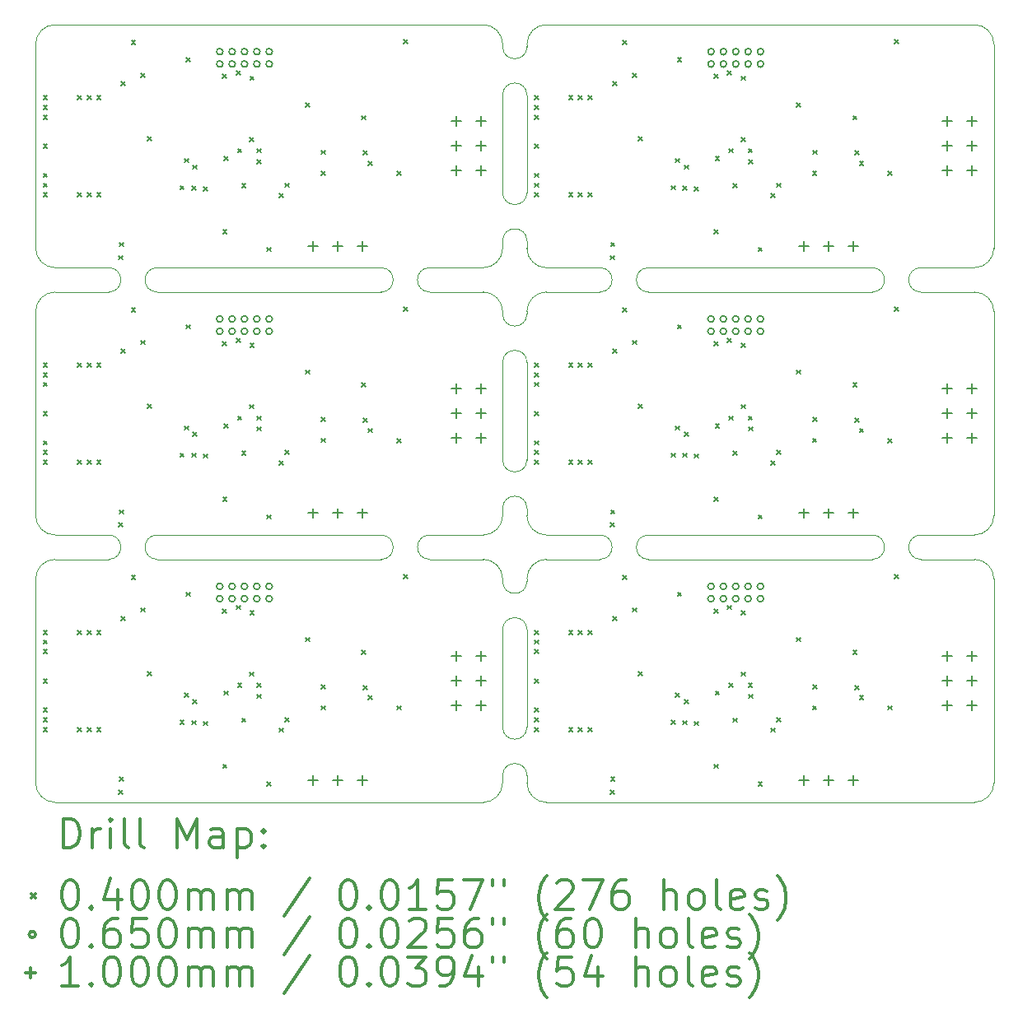
<source format=gbr>
%FSLAX45Y45*%
G04 Gerber Fmt 4.5, Leading zero omitted, Abs format (unit mm)*
G04 Created by KiCad (PCBNEW (5.1.10-1-10_14)) date 2021-09-22 14:49:43*
%MOMM*%
%LPD*%
G01*
G04 APERTURE LIST*
%TA.AperFunction,Profile*%
%ADD10C,0.050000*%
%TD*%
%ADD11C,0.200000*%
%ADD12C,0.300000*%
G04 APERTURE END LIST*
D10*
X0Y7800000D02*
X0Y5700000D01*
X4800000Y5700000D02*
G75*
G02*
X4600000Y5500000I-200000J0D01*
G01*
X4600000Y8000000D02*
G75*
G02*
X4800000Y7800000I0J-200000D01*
G01*
X0Y7800000D02*
G75*
G02*
X200000Y8000000I200000J0D01*
G01*
X200000Y5500000D02*
G75*
G02*
X0Y5700000I0J200000D01*
G01*
X5250000Y5500000D02*
G75*
G02*
X5050000Y5700000I0J200000D01*
G01*
X9850000Y5700000D02*
X9850000Y7800000D01*
X4800000Y5750000D02*
X4800000Y5775000D01*
X3550000Y5500000D02*
X1250000Y5500000D01*
X5800000Y8000000D02*
X5250000Y8000000D01*
X750000Y5500000D02*
X200000Y5500000D01*
X4225000Y8000000D02*
X4600000Y8000000D01*
X200000Y8000000D02*
X750000Y8000000D01*
X1250000Y8000000D02*
X3725000Y8000000D01*
X4800000Y5750000D02*
X4800000Y5700000D01*
X5050000Y5700000D02*
X5050000Y5775000D01*
X5050000Y6275000D02*
X5050000Y7275000D01*
X9850000Y5700000D02*
G75*
G02*
X9650000Y5500000I-200000J0D01*
G01*
X9650000Y8000000D02*
G75*
G02*
X9850000Y7800000I0J-200000D01*
G01*
X5050000Y7800000D02*
G75*
G02*
X5250000Y8000000I200000J0D01*
G01*
X5800000Y5500000D02*
X5250000Y5500000D01*
X9100000Y5500000D02*
X9650000Y5500000D01*
X4800000Y7250000D02*
X4800000Y6275000D01*
X9100000Y5250000D02*
G75*
G02*
X9100000Y5500000I0J125000D01*
G01*
X5800000Y5500000D02*
G75*
G02*
X5800000Y5250000I0J-125000D01*
G01*
X6300000Y5250000D02*
G75*
G02*
X6300000Y5500000I0J125000D01*
G01*
X4800000Y7275000D02*
G75*
G02*
X5050000Y7275000I125000J0D01*
G01*
X5050000Y7775000D02*
G75*
G02*
X4800000Y7775000I-125000J0D01*
G01*
X5050000Y6275000D02*
G75*
G02*
X4800000Y6275000I-125000J0D01*
G01*
X4800000Y5775000D02*
G75*
G02*
X5050000Y5775000I125000J0D01*
G01*
X5050000Y5025000D02*
G75*
G02*
X4800000Y5025000I-125000J0D01*
G01*
X4800000Y4525000D02*
G75*
G02*
X5050000Y4525000I125000J0D01*
G01*
X4800000Y3025000D02*
G75*
G02*
X5050000Y3025000I125000J0D01*
G01*
X5050000Y3525000D02*
G75*
G02*
X4800000Y3525000I-125000J0D01*
G01*
X5050000Y775000D02*
G75*
G02*
X4800000Y775000I-125000J0D01*
G01*
X4800000Y275000D02*
G75*
G02*
X5050000Y275000I125000J0D01*
G01*
X4800000Y1775000D02*
G75*
G02*
X5050000Y1775000I125000J0D01*
G01*
X5050000Y2275000D02*
G75*
G02*
X4800000Y2275000I-125000J0D01*
G01*
X1250000Y8000000D02*
X750000Y8000000D01*
X4225000Y8000000D02*
X3725000Y8000000D01*
X6300000Y8000000D02*
X5800000Y8000000D01*
X8775000Y0D02*
X9275000Y0D01*
X5800000Y0D02*
X6300000Y0D01*
X3725000Y0D02*
X4225000Y0D01*
X1250000Y0D02*
X750000Y0D01*
X4050000Y5500000D02*
X4600000Y5500000D01*
X5050000Y7775000D02*
X5050000Y7800000D01*
X4800000Y7250000D02*
X4800000Y7275000D01*
X4800000Y7775000D02*
X4800000Y7800000D01*
X9275000Y8000000D02*
X9650000Y8000000D01*
X8600000Y5500000D02*
X6300000Y5500000D01*
X5800000Y0D02*
X5250000Y0D01*
X750000Y0D02*
X200000Y0D01*
X3725000Y0D02*
X1250000Y0D01*
X4225000Y0D02*
X4600000Y0D01*
X4800000Y250000D02*
X4800000Y275000D01*
X4800000Y1750000D02*
X4800000Y1775000D01*
X5050000Y775000D02*
X5050000Y1775000D01*
X5050000Y200000D02*
X5050000Y275000D01*
X4800000Y250000D02*
X4800000Y200000D01*
X4800000Y1750000D02*
X4800000Y775000D01*
X9850000Y200000D02*
G75*
G02*
X9650000Y0I-200000J0D01*
G01*
X5250000Y0D02*
G75*
G02*
X5050000Y200000I0J200000D01*
G01*
X9850000Y200000D02*
X9850000Y2300000D01*
X0Y2300000D02*
X0Y200000D01*
X4800000Y200000D02*
G75*
G02*
X4600000Y0I-200000J0D01*
G01*
X200000Y0D02*
G75*
G02*
X0Y200000I0J200000D01*
G01*
X9275000Y8000000D02*
X6300000Y8000000D01*
X8600000Y5500000D02*
G75*
G02*
X8600000Y5250000I0J-125000D01*
G01*
X4800000Y5025000D02*
X4800000Y5050000D01*
X9100000Y5250000D02*
X9650000Y5250000D01*
X4800000Y4500000D02*
X4800000Y3525000D01*
X5050000Y3525000D02*
X5050000Y4525000D01*
X9650000Y5250000D02*
G75*
G02*
X9850000Y5050000I0J-200000D01*
G01*
X5050000Y5050000D02*
G75*
G02*
X5250000Y5250000I200000J0D01*
G01*
X9850000Y2950000D02*
X9850000Y5050000D01*
X5800000Y5250000D02*
X5250000Y5250000D01*
X4050000Y5250000D02*
X4600000Y5250000D01*
X1250000Y5250000D02*
G75*
G02*
X1250000Y5500000I0J125000D01*
G01*
X200000Y5250000D02*
X750000Y5250000D01*
X3550000Y5500000D02*
G75*
G02*
X3550000Y5250000I0J-125000D01*
G01*
X750000Y5500000D02*
G75*
G02*
X750000Y5250000I0J-125000D01*
G01*
X4050000Y5250000D02*
G75*
G02*
X4050000Y5500000I0J125000D01*
G01*
X1250000Y5250000D02*
X3550000Y5250000D01*
X6300000Y5250000D02*
X8600000Y5250000D01*
X0Y5050000D02*
X0Y2950000D01*
X4600000Y5250000D02*
G75*
G02*
X4800000Y5050000I0J-200000D01*
G01*
X0Y5050000D02*
G75*
G02*
X200000Y5250000I200000J0D01*
G01*
X9275000Y0D02*
X9650000Y0D01*
X8775000Y0D02*
X6300000Y0D01*
X5050000Y5025000D02*
X5050000Y5050000D01*
X4800000Y4500000D02*
X4800000Y4525000D01*
X4050000Y2500000D02*
X4600000Y2500000D01*
X5800000Y2500000D02*
X5250000Y2500000D01*
X5050000Y2300000D02*
G75*
G02*
X5250000Y2500000I200000J0D01*
G01*
X9650000Y2500000D02*
G75*
G02*
X9850000Y2300000I0J-200000D01*
G01*
X9100000Y2500000D02*
X9650000Y2500000D01*
X3550000Y2750000D02*
G75*
G02*
X3550000Y2500000I0J-125000D01*
G01*
X200000Y2500000D02*
X750000Y2500000D01*
X1250000Y2500000D02*
G75*
G02*
X1250000Y2750000I0J125000D01*
G01*
X8600000Y2750000D02*
X6300000Y2750000D01*
X4050000Y2750000D02*
X4600000Y2750000D01*
X6300000Y2500000D02*
G75*
G02*
X6300000Y2750000I0J125000D01*
G01*
X5800000Y2750000D02*
G75*
G02*
X5800000Y2500000I0J-125000D01*
G01*
X9100000Y2500000D02*
G75*
G02*
X9100000Y2750000I0J125000D01*
G01*
X8600000Y2750000D02*
G75*
G02*
X8600000Y2500000I0J-125000D01*
G01*
X0Y2300000D02*
G75*
G02*
X200000Y2500000I200000J0D01*
G01*
X4600000Y2500000D02*
G75*
G02*
X4800000Y2300000I0J-200000D01*
G01*
X6300000Y2500000D02*
X8600000Y2500000D01*
X1250000Y2500000D02*
X3550000Y2500000D01*
X4050000Y2500000D02*
G75*
G02*
X4050000Y2750000I0J125000D01*
G01*
X750000Y2750000D02*
G75*
G02*
X750000Y2500000I0J-125000D01*
G01*
X4800000Y3000000D02*
X4800000Y3025000D01*
X5050000Y2950000D02*
X5050000Y3025000D01*
X5050000Y2275000D02*
X5050000Y2300000D01*
X4800000Y2300000D02*
X4800000Y2275000D01*
X200000Y2750000D02*
G75*
G02*
X0Y2950000I0J200000D01*
G01*
X4800000Y2950000D02*
G75*
G02*
X4600000Y2750000I-200000J0D01*
G01*
X4800000Y3000000D02*
X4800000Y2950000D01*
X750000Y2750000D02*
X200000Y2750000D01*
X3550000Y2750000D02*
X1250000Y2750000D01*
X5250000Y2750000D02*
G75*
G02*
X5050000Y2950000I0J200000D01*
G01*
X9850000Y2950000D02*
G75*
G02*
X9650000Y2750000I-200000J0D01*
G01*
X9100000Y2750000D02*
X9650000Y2750000D01*
X5800000Y2750000D02*
X5250000Y2750000D01*
D11*
X80000Y7270000D02*
X120000Y7230000D01*
X120000Y7270000D02*
X80000Y7230000D01*
X80000Y7170000D02*
X120000Y7130000D01*
X120000Y7170000D02*
X80000Y7130000D01*
X80000Y7070000D02*
X120000Y7030000D01*
X120000Y7070000D02*
X80000Y7030000D01*
X80000Y6770000D02*
X120000Y6730000D01*
X120000Y6770000D02*
X80000Y6730000D01*
X80000Y6470000D02*
X120000Y6430000D01*
X120000Y6470000D02*
X80000Y6430000D01*
X80000Y6370000D02*
X120000Y6330000D01*
X120000Y6370000D02*
X80000Y6330000D01*
X80000Y6270000D02*
X120000Y6230000D01*
X120000Y6270000D02*
X80000Y6230000D01*
X80000Y4520000D02*
X120000Y4480000D01*
X120000Y4520000D02*
X80000Y4480000D01*
X80000Y4420000D02*
X120000Y4380000D01*
X120000Y4420000D02*
X80000Y4380000D01*
X80000Y4320000D02*
X120000Y4280000D01*
X120000Y4320000D02*
X80000Y4280000D01*
X80000Y4020000D02*
X120000Y3980000D01*
X120000Y4020000D02*
X80000Y3980000D01*
X80000Y3720000D02*
X120000Y3680000D01*
X120000Y3720000D02*
X80000Y3680000D01*
X80000Y3620000D02*
X120000Y3580000D01*
X120000Y3620000D02*
X80000Y3580000D01*
X80000Y3520000D02*
X120000Y3480000D01*
X120000Y3520000D02*
X80000Y3480000D01*
X80000Y1770000D02*
X120000Y1730000D01*
X120000Y1770000D02*
X80000Y1730000D01*
X80000Y1670000D02*
X120000Y1630000D01*
X120000Y1670000D02*
X80000Y1630000D01*
X80000Y1570000D02*
X120000Y1530000D01*
X120000Y1570000D02*
X80000Y1530000D01*
X80000Y1270000D02*
X120000Y1230000D01*
X120000Y1270000D02*
X80000Y1230000D01*
X80000Y970000D02*
X120000Y930000D01*
X120000Y970000D02*
X80000Y930000D01*
X80000Y870000D02*
X120000Y830000D01*
X120000Y870000D02*
X80000Y830000D01*
X80000Y770000D02*
X120000Y730000D01*
X120000Y770000D02*
X80000Y730000D01*
X430000Y7270000D02*
X470000Y7230000D01*
X470000Y7270000D02*
X430000Y7230000D01*
X430000Y6270000D02*
X470000Y6230000D01*
X470000Y6270000D02*
X430000Y6230000D01*
X430000Y4520000D02*
X470000Y4480000D01*
X470000Y4520000D02*
X430000Y4480000D01*
X430000Y3520000D02*
X470000Y3480000D01*
X470000Y3520000D02*
X430000Y3480000D01*
X430000Y1770000D02*
X470000Y1730000D01*
X470000Y1770000D02*
X430000Y1730000D01*
X430000Y770000D02*
X470000Y730000D01*
X470000Y770000D02*
X430000Y730000D01*
X530000Y7270000D02*
X570000Y7230000D01*
X570000Y7270000D02*
X530000Y7230000D01*
X530000Y6270000D02*
X570000Y6230000D01*
X570000Y6270000D02*
X530000Y6230000D01*
X530000Y4520000D02*
X570000Y4480000D01*
X570000Y4520000D02*
X530000Y4480000D01*
X530000Y3520000D02*
X570000Y3480000D01*
X570000Y3520000D02*
X530000Y3480000D01*
X530000Y1770000D02*
X570000Y1730000D01*
X570000Y1770000D02*
X530000Y1730000D01*
X530000Y770000D02*
X570000Y730000D01*
X570000Y770000D02*
X530000Y730000D01*
X630000Y7270000D02*
X670000Y7230000D01*
X670000Y7270000D02*
X630000Y7230000D01*
X630000Y6270000D02*
X670000Y6230000D01*
X670000Y6270000D02*
X630000Y6230000D01*
X630000Y4520000D02*
X670000Y4480000D01*
X670000Y4520000D02*
X630000Y4480000D01*
X630000Y3520000D02*
X670000Y3480000D01*
X670000Y3520000D02*
X630000Y3480000D01*
X630000Y1770000D02*
X670000Y1730000D01*
X670000Y1770000D02*
X630000Y1730000D01*
X630000Y770000D02*
X670000Y730000D01*
X670000Y770000D02*
X630000Y730000D01*
X856300Y5624850D02*
X896300Y5584850D01*
X896300Y5624850D02*
X856300Y5584850D01*
X856300Y2874850D02*
X896300Y2834850D01*
X896300Y2874850D02*
X856300Y2834850D01*
X856300Y124850D02*
X896300Y84850D01*
X896300Y124850D02*
X856300Y84850D01*
X862650Y5758200D02*
X902650Y5718200D01*
X902650Y5758200D02*
X862650Y5718200D01*
X862650Y3008200D02*
X902650Y2968200D01*
X902650Y3008200D02*
X862650Y2968200D01*
X862650Y258200D02*
X902650Y218200D01*
X902650Y258200D02*
X862650Y218200D01*
X881700Y7412300D02*
X921700Y7372300D01*
X921700Y7412300D02*
X881700Y7372300D01*
X881700Y4662300D02*
X921700Y4622300D01*
X921700Y4662300D02*
X881700Y4622300D01*
X881700Y1912300D02*
X921700Y1872300D01*
X921700Y1912300D02*
X881700Y1872300D01*
X985840Y7836480D02*
X1025840Y7796480D01*
X1025840Y7836480D02*
X985840Y7796480D01*
X985840Y5086480D02*
X1025840Y5046480D01*
X1025840Y5086480D02*
X985840Y5046480D01*
X985840Y2336480D02*
X1025840Y2296480D01*
X1025840Y2336480D02*
X985840Y2296480D01*
X1084900Y7501200D02*
X1124900Y7461200D01*
X1124900Y7501200D02*
X1084900Y7461200D01*
X1084900Y4751200D02*
X1124900Y4711200D01*
X1124900Y4751200D02*
X1084900Y4711200D01*
X1084900Y2001200D02*
X1124900Y1961200D01*
X1124900Y2001200D02*
X1084900Y1961200D01*
X1147500Y6845000D02*
X1187500Y6805000D01*
X1187500Y6845000D02*
X1147500Y6805000D01*
X1147500Y4095000D02*
X1187500Y4055000D01*
X1187500Y4095000D02*
X1147500Y4055000D01*
X1147500Y1345000D02*
X1187500Y1305000D01*
X1187500Y1345000D02*
X1147500Y1305000D01*
X1483680Y6342960D02*
X1523680Y6302960D01*
X1523680Y6342960D02*
X1483680Y6302960D01*
X1483680Y3592960D02*
X1523680Y3552960D01*
X1523680Y3592960D02*
X1483680Y3552960D01*
X1483680Y842960D02*
X1523680Y802960D01*
X1523680Y842960D02*
X1483680Y802960D01*
X1529400Y6622360D02*
X1569400Y6582360D01*
X1569400Y6622360D02*
X1529400Y6582360D01*
X1529400Y3872360D02*
X1569400Y3832360D01*
X1569400Y3872360D02*
X1529400Y3832360D01*
X1529400Y1122360D02*
X1569400Y1082360D01*
X1569400Y1122360D02*
X1529400Y1082360D01*
X1548450Y7662179D02*
X1588450Y7622179D01*
X1588450Y7662179D02*
X1548450Y7622179D01*
X1548450Y4912179D02*
X1588450Y4872179D01*
X1588450Y4912179D02*
X1548450Y4872179D01*
X1548450Y2162179D02*
X1588450Y2122179D01*
X1588450Y2162179D02*
X1548450Y2122179D01*
X1605600Y6341379D02*
X1645600Y6301379D01*
X1645600Y6341379D02*
X1605600Y6301379D01*
X1605600Y3591379D02*
X1645600Y3551379D01*
X1645600Y3591379D02*
X1605600Y3551379D01*
X1605600Y841379D02*
X1645600Y801379D01*
X1645600Y841379D02*
X1605600Y801379D01*
X1618300Y6554739D02*
X1658300Y6514739D01*
X1658300Y6554739D02*
X1618300Y6514739D01*
X1618300Y3804739D02*
X1658300Y3764739D01*
X1658300Y3804739D02*
X1618300Y3764739D01*
X1618300Y1054739D02*
X1658300Y1014739D01*
X1658300Y1054739D02*
X1618300Y1014739D01*
X1723839Y6332778D02*
X1763839Y6292778D01*
X1763839Y6332778D02*
X1723839Y6292778D01*
X1723839Y3582778D02*
X1763839Y3542778D01*
X1763839Y3582778D02*
X1723839Y3542778D01*
X1723839Y832778D02*
X1763839Y792778D01*
X1763839Y832778D02*
X1723839Y792778D01*
X1923100Y7488500D02*
X1963100Y7448500D01*
X1963100Y7488500D02*
X1923100Y7448500D01*
X1923100Y4738500D02*
X1963100Y4698500D01*
X1963100Y4738500D02*
X1923100Y4698500D01*
X1923100Y1988500D02*
X1963100Y1948500D01*
X1963100Y1988500D02*
X1923100Y1948500D01*
X1925640Y5890840D02*
X1965640Y5850840D01*
X1965640Y5890840D02*
X1925640Y5850840D01*
X1925640Y3140840D02*
X1965640Y3100840D01*
X1965640Y3140840D02*
X1925640Y3100840D01*
X1925640Y390840D02*
X1965640Y350840D01*
X1965640Y390840D02*
X1925640Y350840D01*
X1937356Y6644261D02*
X1977356Y6604261D01*
X1977356Y6644261D02*
X1937356Y6604261D01*
X1937356Y3894261D02*
X1977356Y3854261D01*
X1977356Y3894261D02*
X1937356Y3854261D01*
X1937356Y1144261D02*
X1977356Y1104261D01*
X1977356Y1144261D02*
X1937356Y1104261D01*
X2061913Y7525059D02*
X2101913Y7485059D01*
X2101913Y7525059D02*
X2061913Y7485059D01*
X2061913Y4775059D02*
X2101913Y4735059D01*
X2101913Y4775059D02*
X2061913Y4735059D01*
X2061913Y2025059D02*
X2101913Y1985059D01*
X2101913Y2025059D02*
X2061913Y1985059D01*
X2078040Y6723960D02*
X2118040Y6683960D01*
X2118040Y6723960D02*
X2078040Y6683960D01*
X2078040Y3973960D02*
X2118040Y3933960D01*
X2118040Y3973960D02*
X2078040Y3933960D01*
X2078040Y1223960D02*
X2118040Y1183960D01*
X2118040Y1223960D02*
X2078040Y1183960D01*
X2119950Y6364550D02*
X2159950Y6324550D01*
X2159950Y6364550D02*
X2119950Y6324550D01*
X2119950Y3614550D02*
X2159950Y3574550D01*
X2159950Y3614550D02*
X2119950Y3574550D01*
X2119950Y864550D02*
X2159950Y824550D01*
X2159950Y864550D02*
X2119950Y824550D01*
X2202500Y6840800D02*
X2242500Y6800800D01*
X2242500Y6840800D02*
X2202500Y6800800D01*
X2202500Y4090800D02*
X2242500Y4050800D01*
X2242500Y4090800D02*
X2202500Y4050800D01*
X2202500Y1340800D02*
X2242500Y1300800D01*
X2242500Y1340800D02*
X2202500Y1300800D01*
X2203028Y7469783D02*
X2243028Y7429783D01*
X2243028Y7469783D02*
X2203028Y7429783D01*
X2203028Y4719783D02*
X2243028Y4679783D01*
X2243028Y4719783D02*
X2203028Y4679783D01*
X2203028Y1969783D02*
X2243028Y1929783D01*
X2243028Y1969783D02*
X2203028Y1929783D01*
X2276160Y6723960D02*
X2316160Y6683960D01*
X2316160Y6723960D02*
X2276160Y6683960D01*
X2276160Y3973960D02*
X2316160Y3933960D01*
X2316160Y3973960D02*
X2276160Y3933960D01*
X2276160Y1223960D02*
X2316160Y1183960D01*
X2316160Y1223960D02*
X2276160Y1183960D01*
X2278700Y6612200D02*
X2318700Y6572200D01*
X2318700Y6612200D02*
X2278700Y6572200D01*
X2278700Y3862200D02*
X2318700Y3822200D01*
X2318700Y3862200D02*
X2278700Y3822200D01*
X2278700Y1112200D02*
X2318700Y1072200D01*
X2318700Y1112200D02*
X2278700Y1072200D01*
X2377760Y5707960D02*
X2417760Y5667960D01*
X2417760Y5707960D02*
X2377760Y5667960D01*
X2377760Y2957960D02*
X2417760Y2917960D01*
X2417760Y2957960D02*
X2377760Y2917960D01*
X2377760Y207960D02*
X2417760Y167960D01*
X2417760Y207960D02*
X2377760Y167960D01*
X2507300Y6262950D02*
X2547300Y6222950D01*
X2547300Y6262950D02*
X2507300Y6222950D01*
X2507300Y3512950D02*
X2547300Y3472950D01*
X2547300Y3512950D02*
X2507300Y3472950D01*
X2507300Y762950D02*
X2547300Y722950D01*
X2547300Y762950D02*
X2507300Y722950D01*
X2566584Y6368941D02*
X2606584Y6328941D01*
X2606584Y6368941D02*
X2566584Y6328941D01*
X2566584Y3618941D02*
X2606584Y3578941D01*
X2606584Y3618941D02*
X2566584Y3578941D01*
X2566584Y868941D02*
X2606584Y828941D01*
X2606584Y868941D02*
X2566584Y828941D01*
X2774000Y7196400D02*
X2814000Y7156400D01*
X2814000Y7196400D02*
X2774000Y7156400D01*
X2774000Y4446400D02*
X2814000Y4406400D01*
X2814000Y4446400D02*
X2774000Y4406400D01*
X2774000Y1696400D02*
X2814000Y1656400D01*
X2814000Y1696400D02*
X2774000Y1656400D01*
X2936706Y6493779D02*
X2976706Y6453779D01*
X2976706Y6493779D02*
X2936706Y6453779D01*
X2936706Y3743779D02*
X2976706Y3703779D01*
X2976706Y3743779D02*
X2936706Y3703779D01*
X2936706Y993779D02*
X2976706Y953779D01*
X2976706Y993779D02*
X2936706Y953779D01*
X2939100Y6707450D02*
X2979100Y6667450D01*
X2979100Y6707450D02*
X2939100Y6667450D01*
X2939100Y3957450D02*
X2979100Y3917450D01*
X2979100Y3957450D02*
X2939100Y3917450D01*
X2939100Y1207450D02*
X2979100Y1167450D01*
X2979100Y1207450D02*
X2939100Y1167450D01*
X3351850Y7063050D02*
X3391850Y7023050D01*
X3391850Y7063050D02*
X3351850Y7023050D01*
X3351850Y4313050D02*
X3391850Y4273050D01*
X3391850Y4313050D02*
X3351850Y4273050D01*
X3351850Y1563050D02*
X3391850Y1523050D01*
X3391850Y1563050D02*
X3351850Y1523050D01*
X3370956Y6701746D02*
X3410956Y6661746D01*
X3410956Y6701746D02*
X3370956Y6661746D01*
X3370956Y3951746D02*
X3410956Y3911746D01*
X3410956Y3951746D02*
X3370956Y3911746D01*
X3370956Y1201746D02*
X3410956Y1161746D01*
X3410956Y1201746D02*
X3370956Y1161746D01*
X3418876Y6595714D02*
X3458876Y6555714D01*
X3458876Y6595714D02*
X3418876Y6555714D01*
X3418876Y3845714D02*
X3458876Y3805714D01*
X3458876Y3845714D02*
X3418876Y3805714D01*
X3418876Y1095714D02*
X3458876Y1055714D01*
X3458876Y1095714D02*
X3418876Y1055714D01*
X3713800Y6492127D02*
X3753800Y6452127D01*
X3753800Y6492127D02*
X3713800Y6452127D01*
X3713800Y3742127D02*
X3753800Y3702127D01*
X3753800Y3742127D02*
X3713800Y3702127D01*
X3713800Y992127D02*
X3753800Y952127D01*
X3753800Y992127D02*
X3713800Y952127D01*
X3780000Y7844100D02*
X3820000Y7804100D01*
X3820000Y7844100D02*
X3780000Y7804100D01*
X3780000Y5094100D02*
X3820000Y5054100D01*
X3820000Y5094100D02*
X3780000Y5054100D01*
X3780000Y2344100D02*
X3820000Y2304100D01*
X3820000Y2344100D02*
X3780000Y2304100D01*
X5130000Y7270000D02*
X5170000Y7230000D01*
X5170000Y7270000D02*
X5130000Y7230000D01*
X5130000Y7170000D02*
X5170000Y7130000D01*
X5170000Y7170000D02*
X5130000Y7130000D01*
X5130000Y7070000D02*
X5170000Y7030000D01*
X5170000Y7070000D02*
X5130000Y7030000D01*
X5130000Y6770000D02*
X5170000Y6730000D01*
X5170000Y6770000D02*
X5130000Y6730000D01*
X5130000Y6470000D02*
X5170000Y6430000D01*
X5170000Y6470000D02*
X5130000Y6430000D01*
X5130000Y6370000D02*
X5170000Y6330000D01*
X5170000Y6370000D02*
X5130000Y6330000D01*
X5130000Y6270000D02*
X5170000Y6230000D01*
X5170000Y6270000D02*
X5130000Y6230000D01*
X5130000Y4520000D02*
X5170000Y4480000D01*
X5170000Y4520000D02*
X5130000Y4480000D01*
X5130000Y4420000D02*
X5170000Y4380000D01*
X5170000Y4420000D02*
X5130000Y4380000D01*
X5130000Y4320000D02*
X5170000Y4280000D01*
X5170000Y4320000D02*
X5130000Y4280000D01*
X5130000Y4020000D02*
X5170000Y3980000D01*
X5170000Y4020000D02*
X5130000Y3980000D01*
X5130000Y3720000D02*
X5170000Y3680000D01*
X5170000Y3720000D02*
X5130000Y3680000D01*
X5130000Y3620000D02*
X5170000Y3580000D01*
X5170000Y3620000D02*
X5130000Y3580000D01*
X5130000Y3520000D02*
X5170000Y3480000D01*
X5170000Y3520000D02*
X5130000Y3480000D01*
X5130000Y1770000D02*
X5170000Y1730000D01*
X5170000Y1770000D02*
X5130000Y1730000D01*
X5130000Y1670000D02*
X5170000Y1630000D01*
X5170000Y1670000D02*
X5130000Y1630000D01*
X5130000Y1570000D02*
X5170000Y1530000D01*
X5170000Y1570000D02*
X5130000Y1530000D01*
X5130000Y1270000D02*
X5170000Y1230000D01*
X5170000Y1270000D02*
X5130000Y1230000D01*
X5130000Y970000D02*
X5170000Y930000D01*
X5170000Y970000D02*
X5130000Y930000D01*
X5130000Y870000D02*
X5170000Y830000D01*
X5170000Y870000D02*
X5130000Y830000D01*
X5130000Y770000D02*
X5170000Y730000D01*
X5170000Y770000D02*
X5130000Y730000D01*
X5480000Y7270000D02*
X5520000Y7230000D01*
X5520000Y7270000D02*
X5480000Y7230000D01*
X5480000Y6270000D02*
X5520000Y6230000D01*
X5520000Y6270000D02*
X5480000Y6230000D01*
X5480000Y4520000D02*
X5520000Y4480000D01*
X5520000Y4520000D02*
X5480000Y4480000D01*
X5480000Y3520000D02*
X5520000Y3480000D01*
X5520000Y3520000D02*
X5480000Y3480000D01*
X5480000Y1770000D02*
X5520000Y1730000D01*
X5520000Y1770000D02*
X5480000Y1730000D01*
X5480000Y770000D02*
X5520000Y730000D01*
X5520000Y770000D02*
X5480000Y730000D01*
X5580000Y7270000D02*
X5620000Y7230000D01*
X5620000Y7270000D02*
X5580000Y7230000D01*
X5580000Y6270000D02*
X5620000Y6230000D01*
X5620000Y6270000D02*
X5580000Y6230000D01*
X5580000Y4520000D02*
X5620000Y4480000D01*
X5620000Y4520000D02*
X5580000Y4480000D01*
X5580000Y3520000D02*
X5620000Y3480000D01*
X5620000Y3520000D02*
X5580000Y3480000D01*
X5580000Y1770000D02*
X5620000Y1730000D01*
X5620000Y1770000D02*
X5580000Y1730000D01*
X5580000Y770000D02*
X5620000Y730000D01*
X5620000Y770000D02*
X5580000Y730000D01*
X5680000Y7270000D02*
X5720000Y7230000D01*
X5720000Y7270000D02*
X5680000Y7230000D01*
X5680000Y6270000D02*
X5720000Y6230000D01*
X5720000Y6270000D02*
X5680000Y6230000D01*
X5680000Y4520000D02*
X5720000Y4480000D01*
X5720000Y4520000D02*
X5680000Y4480000D01*
X5680000Y3520000D02*
X5720000Y3480000D01*
X5720000Y3520000D02*
X5680000Y3480000D01*
X5680000Y1770000D02*
X5720000Y1730000D01*
X5720000Y1770000D02*
X5680000Y1730000D01*
X5680000Y770000D02*
X5720000Y730000D01*
X5720000Y770000D02*
X5680000Y730000D01*
X5906300Y5624850D02*
X5946300Y5584850D01*
X5946300Y5624850D02*
X5906300Y5584850D01*
X5906300Y2874850D02*
X5946300Y2834850D01*
X5946300Y2874850D02*
X5906300Y2834850D01*
X5906300Y124850D02*
X5946300Y84850D01*
X5946300Y124850D02*
X5906300Y84850D01*
X5912650Y5758200D02*
X5952650Y5718200D01*
X5952650Y5758200D02*
X5912650Y5718200D01*
X5912650Y3008200D02*
X5952650Y2968200D01*
X5952650Y3008200D02*
X5912650Y2968200D01*
X5912650Y258200D02*
X5952650Y218200D01*
X5952650Y258200D02*
X5912650Y218200D01*
X5931700Y7412300D02*
X5971700Y7372300D01*
X5971700Y7412300D02*
X5931700Y7372300D01*
X5931700Y4662300D02*
X5971700Y4622300D01*
X5971700Y4662300D02*
X5931700Y4622300D01*
X5931700Y1912300D02*
X5971700Y1872300D01*
X5971700Y1912300D02*
X5931700Y1872300D01*
X6035840Y7836480D02*
X6075840Y7796480D01*
X6075840Y7836480D02*
X6035840Y7796480D01*
X6035840Y5086480D02*
X6075840Y5046480D01*
X6075840Y5086480D02*
X6035840Y5046480D01*
X6035840Y2336480D02*
X6075840Y2296480D01*
X6075840Y2336480D02*
X6035840Y2296480D01*
X6134900Y7501200D02*
X6174900Y7461200D01*
X6174900Y7501200D02*
X6134900Y7461200D01*
X6134900Y4751200D02*
X6174900Y4711200D01*
X6174900Y4751200D02*
X6134900Y4711200D01*
X6134900Y2001200D02*
X6174900Y1961200D01*
X6174900Y2001200D02*
X6134900Y1961200D01*
X6197500Y6845000D02*
X6237500Y6805000D01*
X6237500Y6845000D02*
X6197500Y6805000D01*
X6197500Y4095000D02*
X6237500Y4055000D01*
X6237500Y4095000D02*
X6197500Y4055000D01*
X6197500Y1345000D02*
X6237500Y1305000D01*
X6237500Y1345000D02*
X6197500Y1305000D01*
X6533680Y6342960D02*
X6573680Y6302960D01*
X6573680Y6342960D02*
X6533680Y6302960D01*
X6533680Y3592960D02*
X6573680Y3552960D01*
X6573680Y3592960D02*
X6533680Y3552960D01*
X6533680Y842960D02*
X6573680Y802960D01*
X6573680Y842960D02*
X6533680Y802960D01*
X6579400Y6622360D02*
X6619400Y6582360D01*
X6619400Y6622360D02*
X6579400Y6582360D01*
X6579400Y3872360D02*
X6619400Y3832360D01*
X6619400Y3872360D02*
X6579400Y3832360D01*
X6579400Y1122360D02*
X6619400Y1082360D01*
X6619400Y1122360D02*
X6579400Y1082360D01*
X6598450Y7662179D02*
X6638450Y7622179D01*
X6638450Y7662179D02*
X6598450Y7622179D01*
X6598450Y4912179D02*
X6638450Y4872179D01*
X6638450Y4912179D02*
X6598450Y4872179D01*
X6598450Y2162179D02*
X6638450Y2122179D01*
X6638450Y2162179D02*
X6598450Y2122179D01*
X6655600Y6341379D02*
X6695600Y6301379D01*
X6695600Y6341379D02*
X6655600Y6301379D01*
X6655600Y3591379D02*
X6695600Y3551379D01*
X6695600Y3591379D02*
X6655600Y3551379D01*
X6655600Y841379D02*
X6695600Y801379D01*
X6695600Y841379D02*
X6655600Y801379D01*
X6668300Y6554739D02*
X6708300Y6514739D01*
X6708300Y6554739D02*
X6668300Y6514739D01*
X6668300Y3804739D02*
X6708300Y3764739D01*
X6708300Y3804739D02*
X6668300Y3764739D01*
X6668300Y1054739D02*
X6708300Y1014739D01*
X6708300Y1054739D02*
X6668300Y1014739D01*
X6773839Y6332778D02*
X6813839Y6292778D01*
X6813839Y6332778D02*
X6773839Y6292778D01*
X6773839Y3582778D02*
X6813839Y3542778D01*
X6813839Y3582778D02*
X6773839Y3542778D01*
X6773839Y832778D02*
X6813839Y792778D01*
X6813839Y832778D02*
X6773839Y792778D01*
X6973100Y7488500D02*
X7013100Y7448500D01*
X7013100Y7488500D02*
X6973100Y7448500D01*
X6973100Y4738500D02*
X7013100Y4698500D01*
X7013100Y4738500D02*
X6973100Y4698500D01*
X6973100Y1988500D02*
X7013100Y1948500D01*
X7013100Y1988500D02*
X6973100Y1948500D01*
X6975640Y5890840D02*
X7015640Y5850840D01*
X7015640Y5890840D02*
X6975640Y5850840D01*
X6975640Y3140840D02*
X7015640Y3100840D01*
X7015640Y3140840D02*
X6975640Y3100840D01*
X6975640Y390840D02*
X7015640Y350840D01*
X7015640Y390840D02*
X6975640Y350840D01*
X6987356Y6644261D02*
X7027356Y6604261D01*
X7027356Y6644261D02*
X6987356Y6604261D01*
X6987356Y3894261D02*
X7027356Y3854261D01*
X7027356Y3894261D02*
X6987356Y3854261D01*
X6987356Y1144261D02*
X7027356Y1104261D01*
X7027356Y1144261D02*
X6987356Y1104261D01*
X7111913Y7525059D02*
X7151913Y7485059D01*
X7151913Y7525059D02*
X7111913Y7485059D01*
X7111913Y4775059D02*
X7151913Y4735059D01*
X7151913Y4775059D02*
X7111913Y4735059D01*
X7111913Y2025059D02*
X7151913Y1985059D01*
X7151913Y2025059D02*
X7111913Y1985059D01*
X7128040Y6723960D02*
X7168040Y6683960D01*
X7168040Y6723960D02*
X7128040Y6683960D01*
X7128040Y3973960D02*
X7168040Y3933960D01*
X7168040Y3973960D02*
X7128040Y3933960D01*
X7128040Y1223960D02*
X7168040Y1183960D01*
X7168040Y1223960D02*
X7128040Y1183960D01*
X7169950Y6364550D02*
X7209950Y6324550D01*
X7209950Y6364550D02*
X7169950Y6324550D01*
X7169950Y3614550D02*
X7209950Y3574550D01*
X7209950Y3614550D02*
X7169950Y3574550D01*
X7169950Y864550D02*
X7209950Y824550D01*
X7209950Y864550D02*
X7169950Y824550D01*
X7252500Y6840800D02*
X7292500Y6800800D01*
X7292500Y6840800D02*
X7252500Y6800800D01*
X7252500Y4090800D02*
X7292500Y4050800D01*
X7292500Y4090800D02*
X7252500Y4050800D01*
X7252500Y1340800D02*
X7292500Y1300800D01*
X7292500Y1340800D02*
X7252500Y1300800D01*
X7253028Y7469783D02*
X7293028Y7429783D01*
X7293028Y7469783D02*
X7253028Y7429783D01*
X7253028Y4719783D02*
X7293028Y4679783D01*
X7293028Y4719783D02*
X7253028Y4679783D01*
X7253028Y1969783D02*
X7293028Y1929783D01*
X7293028Y1969783D02*
X7253028Y1929783D01*
X7326160Y6723960D02*
X7366160Y6683960D01*
X7366160Y6723960D02*
X7326160Y6683960D01*
X7326160Y3973960D02*
X7366160Y3933960D01*
X7366160Y3973960D02*
X7326160Y3933960D01*
X7326160Y1223960D02*
X7366160Y1183960D01*
X7366160Y1223960D02*
X7326160Y1183960D01*
X7328700Y6612200D02*
X7368700Y6572200D01*
X7368700Y6612200D02*
X7328700Y6572200D01*
X7328700Y3862200D02*
X7368700Y3822200D01*
X7368700Y3862200D02*
X7328700Y3822200D01*
X7328700Y1112200D02*
X7368700Y1072200D01*
X7368700Y1112200D02*
X7328700Y1072200D01*
X7427760Y5707960D02*
X7467760Y5667960D01*
X7467760Y5707960D02*
X7427760Y5667960D01*
X7427760Y2957960D02*
X7467760Y2917960D01*
X7467760Y2957960D02*
X7427760Y2917960D01*
X7427760Y207960D02*
X7467760Y167960D01*
X7467760Y207960D02*
X7427760Y167960D01*
X7557300Y6262950D02*
X7597300Y6222950D01*
X7597300Y6262950D02*
X7557300Y6222950D01*
X7557300Y3512950D02*
X7597300Y3472950D01*
X7597300Y3512950D02*
X7557300Y3472950D01*
X7557300Y762950D02*
X7597300Y722950D01*
X7597300Y762950D02*
X7557300Y722950D01*
X7616583Y6368941D02*
X7656583Y6328941D01*
X7656583Y6368941D02*
X7616583Y6328941D01*
X7616583Y3618941D02*
X7656583Y3578941D01*
X7656583Y3618941D02*
X7616583Y3578941D01*
X7616583Y868941D02*
X7656583Y828941D01*
X7656583Y868941D02*
X7616583Y828941D01*
X7824000Y7196400D02*
X7864000Y7156400D01*
X7864000Y7196400D02*
X7824000Y7156400D01*
X7824000Y4446400D02*
X7864000Y4406400D01*
X7864000Y4446400D02*
X7824000Y4406400D01*
X7824000Y1696400D02*
X7864000Y1656400D01*
X7864000Y1696400D02*
X7824000Y1656400D01*
X7986706Y6493779D02*
X8026706Y6453779D01*
X8026706Y6493779D02*
X7986706Y6453779D01*
X7986706Y3743779D02*
X8026706Y3703779D01*
X8026706Y3743779D02*
X7986706Y3703779D01*
X7986706Y993779D02*
X8026706Y953779D01*
X8026706Y993779D02*
X7986706Y953779D01*
X7989100Y6707450D02*
X8029100Y6667450D01*
X8029100Y6707450D02*
X7989100Y6667450D01*
X7989100Y3957450D02*
X8029100Y3917450D01*
X8029100Y3957450D02*
X7989100Y3917450D01*
X7989100Y1207450D02*
X8029100Y1167450D01*
X8029100Y1207450D02*
X7989100Y1167450D01*
X8401850Y7063050D02*
X8441850Y7023050D01*
X8441850Y7063050D02*
X8401850Y7023050D01*
X8401850Y4313050D02*
X8441850Y4273050D01*
X8441850Y4313050D02*
X8401850Y4273050D01*
X8401850Y1563050D02*
X8441850Y1523050D01*
X8441850Y1563050D02*
X8401850Y1523050D01*
X8420956Y6701746D02*
X8460956Y6661746D01*
X8460956Y6701746D02*
X8420956Y6661746D01*
X8420956Y3951746D02*
X8460956Y3911746D01*
X8460956Y3951746D02*
X8420956Y3911746D01*
X8420956Y1201746D02*
X8460956Y1161746D01*
X8460956Y1201746D02*
X8420956Y1161746D01*
X8468876Y6595714D02*
X8508876Y6555714D01*
X8508876Y6595714D02*
X8468876Y6555714D01*
X8468876Y3845714D02*
X8508876Y3805714D01*
X8508876Y3845714D02*
X8468876Y3805714D01*
X8468876Y1095714D02*
X8508876Y1055714D01*
X8508876Y1095714D02*
X8468876Y1055714D01*
X8763800Y6492127D02*
X8803800Y6452127D01*
X8803800Y6492127D02*
X8763800Y6452127D01*
X8763800Y3742127D02*
X8803800Y3702127D01*
X8803800Y3742127D02*
X8763800Y3702127D01*
X8763800Y992127D02*
X8803800Y952127D01*
X8803800Y992127D02*
X8763800Y952127D01*
X8830000Y7844100D02*
X8870000Y7804100D01*
X8870000Y7844100D02*
X8830000Y7804100D01*
X8830000Y5094100D02*
X8870000Y5054100D01*
X8870000Y5094100D02*
X8830000Y5054100D01*
X8830000Y2344100D02*
X8870000Y2304100D01*
X8870000Y2344100D02*
X8830000Y2304100D01*
X1924800Y7722500D02*
G75*
G03*
X1924800Y7722500I-32500J0D01*
G01*
X1924800Y7595500D02*
G75*
G03*
X1924800Y7595500I-32500J0D01*
G01*
X1924800Y4972500D02*
G75*
G03*
X1924800Y4972500I-32500J0D01*
G01*
X1924800Y4845500D02*
G75*
G03*
X1924800Y4845500I-32500J0D01*
G01*
X1924800Y2222500D02*
G75*
G03*
X1924800Y2222500I-32500J0D01*
G01*
X1924800Y2095500D02*
G75*
G03*
X1924800Y2095500I-32500J0D01*
G01*
X2051800Y7722500D02*
G75*
G03*
X2051800Y7722500I-32500J0D01*
G01*
X2051800Y7595500D02*
G75*
G03*
X2051800Y7595500I-32500J0D01*
G01*
X2051800Y4972500D02*
G75*
G03*
X2051800Y4972500I-32500J0D01*
G01*
X2051800Y4845500D02*
G75*
G03*
X2051800Y4845500I-32500J0D01*
G01*
X2051800Y2222500D02*
G75*
G03*
X2051800Y2222500I-32500J0D01*
G01*
X2051800Y2095500D02*
G75*
G03*
X2051800Y2095500I-32500J0D01*
G01*
X2178800Y7722500D02*
G75*
G03*
X2178800Y7722500I-32500J0D01*
G01*
X2178800Y7595500D02*
G75*
G03*
X2178800Y7595500I-32500J0D01*
G01*
X2178800Y4972500D02*
G75*
G03*
X2178800Y4972500I-32500J0D01*
G01*
X2178800Y4845500D02*
G75*
G03*
X2178800Y4845500I-32500J0D01*
G01*
X2178800Y2222500D02*
G75*
G03*
X2178800Y2222500I-32500J0D01*
G01*
X2178800Y2095500D02*
G75*
G03*
X2178800Y2095500I-32500J0D01*
G01*
X2305800Y7722500D02*
G75*
G03*
X2305800Y7722500I-32500J0D01*
G01*
X2305800Y7595500D02*
G75*
G03*
X2305800Y7595500I-32500J0D01*
G01*
X2305800Y4972500D02*
G75*
G03*
X2305800Y4972500I-32500J0D01*
G01*
X2305800Y4845500D02*
G75*
G03*
X2305800Y4845500I-32500J0D01*
G01*
X2305800Y2222500D02*
G75*
G03*
X2305800Y2222500I-32500J0D01*
G01*
X2305800Y2095500D02*
G75*
G03*
X2305800Y2095500I-32500J0D01*
G01*
X2432800Y7722500D02*
G75*
G03*
X2432800Y7722500I-32500J0D01*
G01*
X2432800Y7595500D02*
G75*
G03*
X2432800Y7595500I-32500J0D01*
G01*
X2432800Y4972500D02*
G75*
G03*
X2432800Y4972500I-32500J0D01*
G01*
X2432800Y4845500D02*
G75*
G03*
X2432800Y4845500I-32500J0D01*
G01*
X2432800Y2222500D02*
G75*
G03*
X2432800Y2222500I-32500J0D01*
G01*
X2432800Y2095500D02*
G75*
G03*
X2432800Y2095500I-32500J0D01*
G01*
X6974800Y7722500D02*
G75*
G03*
X6974800Y7722500I-32500J0D01*
G01*
X6974800Y7595500D02*
G75*
G03*
X6974800Y7595500I-32500J0D01*
G01*
X6974800Y4972500D02*
G75*
G03*
X6974800Y4972500I-32500J0D01*
G01*
X6974800Y4845500D02*
G75*
G03*
X6974800Y4845500I-32500J0D01*
G01*
X6974800Y2222500D02*
G75*
G03*
X6974800Y2222500I-32500J0D01*
G01*
X6974800Y2095500D02*
G75*
G03*
X6974800Y2095500I-32500J0D01*
G01*
X7101800Y7722500D02*
G75*
G03*
X7101800Y7722500I-32500J0D01*
G01*
X7101800Y7595500D02*
G75*
G03*
X7101800Y7595500I-32500J0D01*
G01*
X7101800Y4972500D02*
G75*
G03*
X7101800Y4972500I-32500J0D01*
G01*
X7101800Y4845500D02*
G75*
G03*
X7101800Y4845500I-32500J0D01*
G01*
X7101800Y2222500D02*
G75*
G03*
X7101800Y2222500I-32500J0D01*
G01*
X7101800Y2095500D02*
G75*
G03*
X7101800Y2095500I-32500J0D01*
G01*
X7228800Y7722500D02*
G75*
G03*
X7228800Y7722500I-32500J0D01*
G01*
X7228800Y7595500D02*
G75*
G03*
X7228800Y7595500I-32500J0D01*
G01*
X7228800Y4972500D02*
G75*
G03*
X7228800Y4972500I-32500J0D01*
G01*
X7228800Y4845500D02*
G75*
G03*
X7228800Y4845500I-32500J0D01*
G01*
X7228800Y2222500D02*
G75*
G03*
X7228800Y2222500I-32500J0D01*
G01*
X7228800Y2095500D02*
G75*
G03*
X7228800Y2095500I-32500J0D01*
G01*
X7355800Y7722500D02*
G75*
G03*
X7355800Y7722500I-32500J0D01*
G01*
X7355800Y7595500D02*
G75*
G03*
X7355800Y7595500I-32500J0D01*
G01*
X7355800Y4972500D02*
G75*
G03*
X7355800Y4972500I-32500J0D01*
G01*
X7355800Y4845500D02*
G75*
G03*
X7355800Y4845500I-32500J0D01*
G01*
X7355800Y2222500D02*
G75*
G03*
X7355800Y2222500I-32500J0D01*
G01*
X7355800Y2095500D02*
G75*
G03*
X7355800Y2095500I-32500J0D01*
G01*
X7482800Y7722500D02*
G75*
G03*
X7482800Y7722500I-32500J0D01*
G01*
X7482800Y7595500D02*
G75*
G03*
X7482800Y7595500I-32500J0D01*
G01*
X7482800Y4972500D02*
G75*
G03*
X7482800Y4972500I-32500J0D01*
G01*
X7482800Y4845500D02*
G75*
G03*
X7482800Y4845500I-32500J0D01*
G01*
X7482800Y2222500D02*
G75*
G03*
X7482800Y2222500I-32500J0D01*
G01*
X7482800Y2095500D02*
G75*
G03*
X7482800Y2095500I-32500J0D01*
G01*
X2850000Y5775000D02*
X2850000Y5675000D01*
X2800000Y5725000D02*
X2900000Y5725000D01*
X2850000Y3025000D02*
X2850000Y2925000D01*
X2800000Y2975000D02*
X2900000Y2975000D01*
X2850000Y275000D02*
X2850000Y175000D01*
X2800000Y225000D02*
X2900000Y225000D01*
X3104000Y5775000D02*
X3104000Y5675000D01*
X3054000Y5725000D02*
X3154000Y5725000D01*
X3104000Y3025000D02*
X3104000Y2925000D01*
X3054000Y2975000D02*
X3154000Y2975000D01*
X3104000Y275000D02*
X3104000Y175000D01*
X3054000Y225000D02*
X3154000Y225000D01*
X3358000Y5775000D02*
X3358000Y5675000D01*
X3308000Y5725000D02*
X3408000Y5725000D01*
X3358000Y3025000D02*
X3358000Y2925000D01*
X3308000Y2975000D02*
X3408000Y2975000D01*
X3358000Y275000D02*
X3358000Y175000D01*
X3308000Y225000D02*
X3408000Y225000D01*
X4321000Y7058000D02*
X4321000Y6958000D01*
X4271000Y7008000D02*
X4371000Y7008000D01*
X4321000Y6804000D02*
X4321000Y6704000D01*
X4271000Y6754000D02*
X4371000Y6754000D01*
X4321000Y6550000D02*
X4321000Y6450000D01*
X4271000Y6500000D02*
X4371000Y6500000D01*
X4321000Y4308000D02*
X4321000Y4208000D01*
X4271000Y4258000D02*
X4371000Y4258000D01*
X4321000Y4054000D02*
X4321000Y3954000D01*
X4271000Y4004000D02*
X4371000Y4004000D01*
X4321000Y3800000D02*
X4321000Y3700000D01*
X4271000Y3750000D02*
X4371000Y3750000D01*
X4321000Y1558000D02*
X4321000Y1458000D01*
X4271000Y1508000D02*
X4371000Y1508000D01*
X4321000Y1304000D02*
X4321000Y1204000D01*
X4271000Y1254000D02*
X4371000Y1254000D01*
X4321000Y1050000D02*
X4321000Y950000D01*
X4271000Y1000000D02*
X4371000Y1000000D01*
X4575000Y7058000D02*
X4575000Y6958000D01*
X4525000Y7008000D02*
X4625000Y7008000D01*
X4575000Y6804000D02*
X4575000Y6704000D01*
X4525000Y6754000D02*
X4625000Y6754000D01*
X4575000Y6550000D02*
X4575000Y6450000D01*
X4525000Y6500000D02*
X4625000Y6500000D01*
X4575000Y4308000D02*
X4575000Y4208000D01*
X4525000Y4258000D02*
X4625000Y4258000D01*
X4575000Y4054000D02*
X4575000Y3954000D01*
X4525000Y4004000D02*
X4625000Y4004000D01*
X4575000Y3800000D02*
X4575000Y3700000D01*
X4525000Y3750000D02*
X4625000Y3750000D01*
X4575000Y1558000D02*
X4575000Y1458000D01*
X4525000Y1508000D02*
X4625000Y1508000D01*
X4575000Y1304000D02*
X4575000Y1204000D01*
X4525000Y1254000D02*
X4625000Y1254000D01*
X4575000Y1050000D02*
X4575000Y950000D01*
X4525000Y1000000D02*
X4625000Y1000000D01*
X7900000Y5775000D02*
X7900000Y5675000D01*
X7850000Y5725000D02*
X7950000Y5725000D01*
X7900000Y3025000D02*
X7900000Y2925000D01*
X7850000Y2975000D02*
X7950000Y2975000D01*
X7900000Y275000D02*
X7900000Y175000D01*
X7850000Y225000D02*
X7950000Y225000D01*
X8154000Y5775000D02*
X8154000Y5675000D01*
X8104000Y5725000D02*
X8204000Y5725000D01*
X8154000Y3025000D02*
X8154000Y2925000D01*
X8104000Y2975000D02*
X8204000Y2975000D01*
X8154000Y275000D02*
X8154000Y175000D01*
X8104000Y225000D02*
X8204000Y225000D01*
X8408000Y5775000D02*
X8408000Y5675000D01*
X8358000Y5725000D02*
X8458000Y5725000D01*
X8408000Y3025000D02*
X8408000Y2925000D01*
X8358000Y2975000D02*
X8458000Y2975000D01*
X8408000Y275000D02*
X8408000Y175000D01*
X8358000Y225000D02*
X8458000Y225000D01*
X9371000Y7058000D02*
X9371000Y6958000D01*
X9321000Y7008000D02*
X9421000Y7008000D01*
X9371000Y6804000D02*
X9371000Y6704000D01*
X9321000Y6754000D02*
X9421000Y6754000D01*
X9371000Y6550000D02*
X9371000Y6450000D01*
X9321000Y6500000D02*
X9421000Y6500000D01*
X9371000Y4308000D02*
X9371000Y4208000D01*
X9321000Y4258000D02*
X9421000Y4258000D01*
X9371000Y4054000D02*
X9371000Y3954000D01*
X9321000Y4004000D02*
X9421000Y4004000D01*
X9371000Y3800000D02*
X9371000Y3700000D01*
X9321000Y3750000D02*
X9421000Y3750000D01*
X9371000Y1558000D02*
X9371000Y1458000D01*
X9321000Y1508000D02*
X9421000Y1508000D01*
X9371000Y1304000D02*
X9371000Y1204000D01*
X9321000Y1254000D02*
X9421000Y1254000D01*
X9371000Y1050000D02*
X9371000Y950000D01*
X9321000Y1000000D02*
X9421000Y1000000D01*
X9625000Y7058000D02*
X9625000Y6958000D01*
X9575000Y7008000D02*
X9675000Y7008000D01*
X9625000Y6804000D02*
X9625000Y6704000D01*
X9575000Y6754000D02*
X9675000Y6754000D01*
X9625000Y6550000D02*
X9625000Y6450000D01*
X9575000Y6500000D02*
X9675000Y6500000D01*
X9625000Y4308000D02*
X9625000Y4208000D01*
X9575000Y4258000D02*
X9675000Y4258000D01*
X9625000Y4054000D02*
X9625000Y3954000D01*
X9575000Y4004000D02*
X9675000Y4004000D01*
X9625000Y3800000D02*
X9625000Y3700000D01*
X9575000Y3750000D02*
X9675000Y3750000D01*
X9625000Y1558000D02*
X9625000Y1458000D01*
X9575000Y1508000D02*
X9675000Y1508000D01*
X9625000Y1304000D02*
X9625000Y1204000D01*
X9575000Y1254000D02*
X9675000Y1254000D01*
X9625000Y1050000D02*
X9625000Y950000D01*
X9575000Y1000000D02*
X9675000Y1000000D01*
D12*
X283928Y-468214D02*
X283928Y-168214D01*
X355357Y-168214D01*
X398214Y-182500D01*
X426786Y-211071D01*
X441071Y-239643D01*
X455357Y-296786D01*
X455357Y-339643D01*
X441071Y-396786D01*
X426786Y-425357D01*
X398214Y-453929D01*
X355357Y-468214D01*
X283928Y-468214D01*
X583928Y-468214D02*
X583928Y-268214D01*
X583928Y-325357D02*
X598214Y-296786D01*
X612500Y-282500D01*
X641071Y-268214D01*
X669643Y-268214D01*
X769643Y-468214D02*
X769643Y-268214D01*
X769643Y-168214D02*
X755357Y-182500D01*
X769643Y-196786D01*
X783928Y-182500D01*
X769643Y-168214D01*
X769643Y-196786D01*
X955357Y-468214D02*
X926786Y-453929D01*
X912500Y-425357D01*
X912500Y-168214D01*
X1112500Y-468214D02*
X1083928Y-453929D01*
X1069643Y-425357D01*
X1069643Y-168214D01*
X1455357Y-468214D02*
X1455357Y-168214D01*
X1555357Y-382500D01*
X1655357Y-168214D01*
X1655357Y-468214D01*
X1926786Y-468214D02*
X1926786Y-311072D01*
X1912500Y-282500D01*
X1883928Y-268214D01*
X1826786Y-268214D01*
X1798214Y-282500D01*
X1926786Y-453929D02*
X1898214Y-468214D01*
X1826786Y-468214D01*
X1798214Y-453929D01*
X1783928Y-425357D01*
X1783928Y-396786D01*
X1798214Y-368214D01*
X1826786Y-353929D01*
X1898214Y-353929D01*
X1926786Y-339643D01*
X2069643Y-268214D02*
X2069643Y-568214D01*
X2069643Y-282500D02*
X2098214Y-268214D01*
X2155357Y-268214D01*
X2183928Y-282500D01*
X2198214Y-296786D01*
X2212500Y-325357D01*
X2212500Y-411071D01*
X2198214Y-439643D01*
X2183928Y-453929D01*
X2155357Y-468214D01*
X2098214Y-468214D01*
X2069643Y-453929D01*
X2341071Y-439643D02*
X2355357Y-453929D01*
X2341071Y-468214D01*
X2326786Y-453929D01*
X2341071Y-439643D01*
X2341071Y-468214D01*
X2341071Y-282500D02*
X2355357Y-296786D01*
X2341071Y-311072D01*
X2326786Y-296786D01*
X2341071Y-282500D01*
X2341071Y-311072D01*
X-42500Y-942500D02*
X-2500Y-982500D01*
X-2500Y-942500D02*
X-42500Y-982500D01*
X341071Y-798214D02*
X369643Y-798214D01*
X398214Y-812500D01*
X412500Y-826786D01*
X426786Y-855357D01*
X441071Y-912500D01*
X441071Y-983929D01*
X426786Y-1041071D01*
X412500Y-1069643D01*
X398214Y-1083929D01*
X369643Y-1098214D01*
X341071Y-1098214D01*
X312500Y-1083929D01*
X298214Y-1069643D01*
X283928Y-1041071D01*
X269643Y-983929D01*
X269643Y-912500D01*
X283928Y-855357D01*
X298214Y-826786D01*
X312500Y-812500D01*
X341071Y-798214D01*
X569643Y-1069643D02*
X583928Y-1083929D01*
X569643Y-1098214D01*
X555357Y-1083929D01*
X569643Y-1069643D01*
X569643Y-1098214D01*
X841071Y-898214D02*
X841071Y-1098214D01*
X769643Y-783929D02*
X698214Y-998214D01*
X883928Y-998214D01*
X1055357Y-798214D02*
X1083928Y-798214D01*
X1112500Y-812500D01*
X1126786Y-826786D01*
X1141071Y-855357D01*
X1155357Y-912500D01*
X1155357Y-983929D01*
X1141071Y-1041071D01*
X1126786Y-1069643D01*
X1112500Y-1083929D01*
X1083928Y-1098214D01*
X1055357Y-1098214D01*
X1026786Y-1083929D01*
X1012500Y-1069643D01*
X998214Y-1041071D01*
X983928Y-983929D01*
X983928Y-912500D01*
X998214Y-855357D01*
X1012500Y-826786D01*
X1026786Y-812500D01*
X1055357Y-798214D01*
X1341071Y-798214D02*
X1369643Y-798214D01*
X1398214Y-812500D01*
X1412500Y-826786D01*
X1426786Y-855357D01*
X1441071Y-912500D01*
X1441071Y-983929D01*
X1426786Y-1041071D01*
X1412500Y-1069643D01*
X1398214Y-1083929D01*
X1369643Y-1098214D01*
X1341071Y-1098214D01*
X1312500Y-1083929D01*
X1298214Y-1069643D01*
X1283928Y-1041071D01*
X1269643Y-983929D01*
X1269643Y-912500D01*
X1283928Y-855357D01*
X1298214Y-826786D01*
X1312500Y-812500D01*
X1341071Y-798214D01*
X1569643Y-1098214D02*
X1569643Y-898214D01*
X1569643Y-926786D02*
X1583928Y-912500D01*
X1612500Y-898214D01*
X1655357Y-898214D01*
X1683928Y-912500D01*
X1698214Y-941071D01*
X1698214Y-1098214D01*
X1698214Y-941071D02*
X1712500Y-912500D01*
X1741071Y-898214D01*
X1783928Y-898214D01*
X1812500Y-912500D01*
X1826786Y-941071D01*
X1826786Y-1098214D01*
X1969643Y-1098214D02*
X1969643Y-898214D01*
X1969643Y-926786D02*
X1983928Y-912500D01*
X2012500Y-898214D01*
X2055357Y-898214D01*
X2083928Y-912500D01*
X2098214Y-941071D01*
X2098214Y-1098214D01*
X2098214Y-941071D02*
X2112500Y-912500D01*
X2141071Y-898214D01*
X2183928Y-898214D01*
X2212500Y-912500D01*
X2226786Y-941071D01*
X2226786Y-1098214D01*
X2812500Y-783929D02*
X2555357Y-1169643D01*
X3198214Y-798214D02*
X3226786Y-798214D01*
X3255357Y-812500D01*
X3269643Y-826786D01*
X3283928Y-855357D01*
X3298214Y-912500D01*
X3298214Y-983929D01*
X3283928Y-1041071D01*
X3269643Y-1069643D01*
X3255357Y-1083929D01*
X3226786Y-1098214D01*
X3198214Y-1098214D01*
X3169643Y-1083929D01*
X3155357Y-1069643D01*
X3141071Y-1041071D01*
X3126786Y-983929D01*
X3126786Y-912500D01*
X3141071Y-855357D01*
X3155357Y-826786D01*
X3169643Y-812500D01*
X3198214Y-798214D01*
X3426786Y-1069643D02*
X3441071Y-1083929D01*
X3426786Y-1098214D01*
X3412500Y-1083929D01*
X3426786Y-1069643D01*
X3426786Y-1098214D01*
X3626786Y-798214D02*
X3655357Y-798214D01*
X3683928Y-812500D01*
X3698214Y-826786D01*
X3712500Y-855357D01*
X3726786Y-912500D01*
X3726786Y-983929D01*
X3712500Y-1041071D01*
X3698214Y-1069643D01*
X3683928Y-1083929D01*
X3655357Y-1098214D01*
X3626786Y-1098214D01*
X3598214Y-1083929D01*
X3583928Y-1069643D01*
X3569643Y-1041071D01*
X3555357Y-983929D01*
X3555357Y-912500D01*
X3569643Y-855357D01*
X3583928Y-826786D01*
X3598214Y-812500D01*
X3626786Y-798214D01*
X4012500Y-1098214D02*
X3841071Y-1098214D01*
X3926786Y-1098214D02*
X3926786Y-798214D01*
X3898214Y-841071D01*
X3869643Y-869643D01*
X3841071Y-883929D01*
X4283928Y-798214D02*
X4141071Y-798214D01*
X4126786Y-941071D01*
X4141071Y-926786D01*
X4169643Y-912500D01*
X4241071Y-912500D01*
X4269643Y-926786D01*
X4283928Y-941071D01*
X4298214Y-969643D01*
X4298214Y-1041071D01*
X4283928Y-1069643D01*
X4269643Y-1083929D01*
X4241071Y-1098214D01*
X4169643Y-1098214D01*
X4141071Y-1083929D01*
X4126786Y-1069643D01*
X4398214Y-798214D02*
X4598214Y-798214D01*
X4469643Y-1098214D01*
X4698214Y-798214D02*
X4698214Y-855357D01*
X4812500Y-798214D02*
X4812500Y-855357D01*
X5255357Y-1212500D02*
X5241071Y-1198214D01*
X5212500Y-1155357D01*
X5198214Y-1126786D01*
X5183928Y-1083929D01*
X5169643Y-1012500D01*
X5169643Y-955357D01*
X5183928Y-883929D01*
X5198214Y-841071D01*
X5212500Y-812500D01*
X5241071Y-769643D01*
X5255357Y-755357D01*
X5355357Y-826786D02*
X5369643Y-812500D01*
X5398214Y-798214D01*
X5469643Y-798214D01*
X5498214Y-812500D01*
X5512500Y-826786D01*
X5526786Y-855357D01*
X5526786Y-883929D01*
X5512500Y-926786D01*
X5341071Y-1098214D01*
X5526786Y-1098214D01*
X5626786Y-798214D02*
X5826786Y-798214D01*
X5698214Y-1098214D01*
X6069643Y-798214D02*
X6012500Y-798214D01*
X5983928Y-812500D01*
X5969643Y-826786D01*
X5941071Y-869643D01*
X5926786Y-926786D01*
X5926786Y-1041071D01*
X5941071Y-1069643D01*
X5955357Y-1083929D01*
X5983928Y-1098214D01*
X6041071Y-1098214D01*
X6069643Y-1083929D01*
X6083928Y-1069643D01*
X6098214Y-1041071D01*
X6098214Y-969643D01*
X6083928Y-941071D01*
X6069643Y-926786D01*
X6041071Y-912500D01*
X5983928Y-912500D01*
X5955357Y-926786D01*
X5941071Y-941071D01*
X5926786Y-969643D01*
X6455357Y-1098214D02*
X6455357Y-798214D01*
X6583928Y-1098214D02*
X6583928Y-941071D01*
X6569643Y-912500D01*
X6541071Y-898214D01*
X6498214Y-898214D01*
X6469643Y-912500D01*
X6455357Y-926786D01*
X6769643Y-1098214D02*
X6741071Y-1083929D01*
X6726786Y-1069643D01*
X6712500Y-1041071D01*
X6712500Y-955357D01*
X6726786Y-926786D01*
X6741071Y-912500D01*
X6769643Y-898214D01*
X6812500Y-898214D01*
X6841071Y-912500D01*
X6855357Y-926786D01*
X6869643Y-955357D01*
X6869643Y-1041071D01*
X6855357Y-1069643D01*
X6841071Y-1083929D01*
X6812500Y-1098214D01*
X6769643Y-1098214D01*
X7041071Y-1098214D02*
X7012500Y-1083929D01*
X6998214Y-1055357D01*
X6998214Y-798214D01*
X7269643Y-1083929D02*
X7241071Y-1098214D01*
X7183928Y-1098214D01*
X7155357Y-1083929D01*
X7141071Y-1055357D01*
X7141071Y-941071D01*
X7155357Y-912500D01*
X7183928Y-898214D01*
X7241071Y-898214D01*
X7269643Y-912500D01*
X7283928Y-941071D01*
X7283928Y-969643D01*
X7141071Y-998214D01*
X7398214Y-1083929D02*
X7426786Y-1098214D01*
X7483928Y-1098214D01*
X7512500Y-1083929D01*
X7526786Y-1055357D01*
X7526786Y-1041071D01*
X7512500Y-1012500D01*
X7483928Y-998214D01*
X7441071Y-998214D01*
X7412500Y-983929D01*
X7398214Y-955357D01*
X7398214Y-941071D01*
X7412500Y-912500D01*
X7441071Y-898214D01*
X7483928Y-898214D01*
X7512500Y-912500D01*
X7626786Y-1212500D02*
X7641071Y-1198214D01*
X7669643Y-1155357D01*
X7683928Y-1126786D01*
X7698214Y-1083929D01*
X7712500Y-1012500D01*
X7712500Y-955357D01*
X7698214Y-883929D01*
X7683928Y-841071D01*
X7669643Y-812500D01*
X7641071Y-769643D01*
X7626786Y-755357D01*
X-2500Y-1358500D02*
G75*
G03*
X-2500Y-1358500I-32500J0D01*
G01*
X341071Y-1194214D02*
X369643Y-1194214D01*
X398214Y-1208500D01*
X412500Y-1222786D01*
X426786Y-1251357D01*
X441071Y-1308500D01*
X441071Y-1379929D01*
X426786Y-1437071D01*
X412500Y-1465643D01*
X398214Y-1479929D01*
X369643Y-1494214D01*
X341071Y-1494214D01*
X312500Y-1479929D01*
X298214Y-1465643D01*
X283928Y-1437071D01*
X269643Y-1379929D01*
X269643Y-1308500D01*
X283928Y-1251357D01*
X298214Y-1222786D01*
X312500Y-1208500D01*
X341071Y-1194214D01*
X569643Y-1465643D02*
X583928Y-1479929D01*
X569643Y-1494214D01*
X555357Y-1479929D01*
X569643Y-1465643D01*
X569643Y-1494214D01*
X841071Y-1194214D02*
X783928Y-1194214D01*
X755357Y-1208500D01*
X741071Y-1222786D01*
X712500Y-1265643D01*
X698214Y-1322786D01*
X698214Y-1437071D01*
X712500Y-1465643D01*
X726786Y-1479929D01*
X755357Y-1494214D01*
X812500Y-1494214D01*
X841071Y-1479929D01*
X855357Y-1465643D01*
X869643Y-1437071D01*
X869643Y-1365643D01*
X855357Y-1337072D01*
X841071Y-1322786D01*
X812500Y-1308500D01*
X755357Y-1308500D01*
X726786Y-1322786D01*
X712500Y-1337072D01*
X698214Y-1365643D01*
X1141071Y-1194214D02*
X998214Y-1194214D01*
X983928Y-1337072D01*
X998214Y-1322786D01*
X1026786Y-1308500D01*
X1098214Y-1308500D01*
X1126786Y-1322786D01*
X1141071Y-1337072D01*
X1155357Y-1365643D01*
X1155357Y-1437071D01*
X1141071Y-1465643D01*
X1126786Y-1479929D01*
X1098214Y-1494214D01*
X1026786Y-1494214D01*
X998214Y-1479929D01*
X983928Y-1465643D01*
X1341071Y-1194214D02*
X1369643Y-1194214D01*
X1398214Y-1208500D01*
X1412500Y-1222786D01*
X1426786Y-1251357D01*
X1441071Y-1308500D01*
X1441071Y-1379929D01*
X1426786Y-1437071D01*
X1412500Y-1465643D01*
X1398214Y-1479929D01*
X1369643Y-1494214D01*
X1341071Y-1494214D01*
X1312500Y-1479929D01*
X1298214Y-1465643D01*
X1283928Y-1437071D01*
X1269643Y-1379929D01*
X1269643Y-1308500D01*
X1283928Y-1251357D01*
X1298214Y-1222786D01*
X1312500Y-1208500D01*
X1341071Y-1194214D01*
X1569643Y-1494214D02*
X1569643Y-1294214D01*
X1569643Y-1322786D02*
X1583928Y-1308500D01*
X1612500Y-1294214D01*
X1655357Y-1294214D01*
X1683928Y-1308500D01*
X1698214Y-1337072D01*
X1698214Y-1494214D01*
X1698214Y-1337072D02*
X1712500Y-1308500D01*
X1741071Y-1294214D01*
X1783928Y-1294214D01*
X1812500Y-1308500D01*
X1826786Y-1337072D01*
X1826786Y-1494214D01*
X1969643Y-1494214D02*
X1969643Y-1294214D01*
X1969643Y-1322786D02*
X1983928Y-1308500D01*
X2012500Y-1294214D01*
X2055357Y-1294214D01*
X2083928Y-1308500D01*
X2098214Y-1337072D01*
X2098214Y-1494214D01*
X2098214Y-1337072D02*
X2112500Y-1308500D01*
X2141071Y-1294214D01*
X2183928Y-1294214D01*
X2212500Y-1308500D01*
X2226786Y-1337072D01*
X2226786Y-1494214D01*
X2812500Y-1179929D02*
X2555357Y-1565643D01*
X3198214Y-1194214D02*
X3226786Y-1194214D01*
X3255357Y-1208500D01*
X3269643Y-1222786D01*
X3283928Y-1251357D01*
X3298214Y-1308500D01*
X3298214Y-1379929D01*
X3283928Y-1437071D01*
X3269643Y-1465643D01*
X3255357Y-1479929D01*
X3226786Y-1494214D01*
X3198214Y-1494214D01*
X3169643Y-1479929D01*
X3155357Y-1465643D01*
X3141071Y-1437071D01*
X3126786Y-1379929D01*
X3126786Y-1308500D01*
X3141071Y-1251357D01*
X3155357Y-1222786D01*
X3169643Y-1208500D01*
X3198214Y-1194214D01*
X3426786Y-1465643D02*
X3441071Y-1479929D01*
X3426786Y-1494214D01*
X3412500Y-1479929D01*
X3426786Y-1465643D01*
X3426786Y-1494214D01*
X3626786Y-1194214D02*
X3655357Y-1194214D01*
X3683928Y-1208500D01*
X3698214Y-1222786D01*
X3712500Y-1251357D01*
X3726786Y-1308500D01*
X3726786Y-1379929D01*
X3712500Y-1437071D01*
X3698214Y-1465643D01*
X3683928Y-1479929D01*
X3655357Y-1494214D01*
X3626786Y-1494214D01*
X3598214Y-1479929D01*
X3583928Y-1465643D01*
X3569643Y-1437071D01*
X3555357Y-1379929D01*
X3555357Y-1308500D01*
X3569643Y-1251357D01*
X3583928Y-1222786D01*
X3598214Y-1208500D01*
X3626786Y-1194214D01*
X3841071Y-1222786D02*
X3855357Y-1208500D01*
X3883928Y-1194214D01*
X3955357Y-1194214D01*
X3983928Y-1208500D01*
X3998214Y-1222786D01*
X4012500Y-1251357D01*
X4012500Y-1279929D01*
X3998214Y-1322786D01*
X3826786Y-1494214D01*
X4012500Y-1494214D01*
X4283928Y-1194214D02*
X4141071Y-1194214D01*
X4126786Y-1337072D01*
X4141071Y-1322786D01*
X4169643Y-1308500D01*
X4241071Y-1308500D01*
X4269643Y-1322786D01*
X4283928Y-1337072D01*
X4298214Y-1365643D01*
X4298214Y-1437071D01*
X4283928Y-1465643D01*
X4269643Y-1479929D01*
X4241071Y-1494214D01*
X4169643Y-1494214D01*
X4141071Y-1479929D01*
X4126786Y-1465643D01*
X4555357Y-1194214D02*
X4498214Y-1194214D01*
X4469643Y-1208500D01*
X4455357Y-1222786D01*
X4426786Y-1265643D01*
X4412500Y-1322786D01*
X4412500Y-1437071D01*
X4426786Y-1465643D01*
X4441071Y-1479929D01*
X4469643Y-1494214D01*
X4526786Y-1494214D01*
X4555357Y-1479929D01*
X4569643Y-1465643D01*
X4583928Y-1437071D01*
X4583928Y-1365643D01*
X4569643Y-1337072D01*
X4555357Y-1322786D01*
X4526786Y-1308500D01*
X4469643Y-1308500D01*
X4441071Y-1322786D01*
X4426786Y-1337072D01*
X4412500Y-1365643D01*
X4698214Y-1194214D02*
X4698214Y-1251357D01*
X4812500Y-1194214D02*
X4812500Y-1251357D01*
X5255357Y-1608500D02*
X5241071Y-1594214D01*
X5212500Y-1551357D01*
X5198214Y-1522786D01*
X5183928Y-1479929D01*
X5169643Y-1408500D01*
X5169643Y-1351357D01*
X5183928Y-1279929D01*
X5198214Y-1237072D01*
X5212500Y-1208500D01*
X5241071Y-1165643D01*
X5255357Y-1151357D01*
X5498214Y-1194214D02*
X5441071Y-1194214D01*
X5412500Y-1208500D01*
X5398214Y-1222786D01*
X5369643Y-1265643D01*
X5355357Y-1322786D01*
X5355357Y-1437071D01*
X5369643Y-1465643D01*
X5383928Y-1479929D01*
X5412500Y-1494214D01*
X5469643Y-1494214D01*
X5498214Y-1479929D01*
X5512500Y-1465643D01*
X5526786Y-1437071D01*
X5526786Y-1365643D01*
X5512500Y-1337072D01*
X5498214Y-1322786D01*
X5469643Y-1308500D01*
X5412500Y-1308500D01*
X5383928Y-1322786D01*
X5369643Y-1337072D01*
X5355357Y-1365643D01*
X5712500Y-1194214D02*
X5741071Y-1194214D01*
X5769643Y-1208500D01*
X5783928Y-1222786D01*
X5798214Y-1251357D01*
X5812500Y-1308500D01*
X5812500Y-1379929D01*
X5798214Y-1437071D01*
X5783928Y-1465643D01*
X5769643Y-1479929D01*
X5741071Y-1494214D01*
X5712500Y-1494214D01*
X5683928Y-1479929D01*
X5669643Y-1465643D01*
X5655357Y-1437071D01*
X5641071Y-1379929D01*
X5641071Y-1308500D01*
X5655357Y-1251357D01*
X5669643Y-1222786D01*
X5683928Y-1208500D01*
X5712500Y-1194214D01*
X6169643Y-1494214D02*
X6169643Y-1194214D01*
X6298214Y-1494214D02*
X6298214Y-1337072D01*
X6283928Y-1308500D01*
X6255357Y-1294214D01*
X6212500Y-1294214D01*
X6183928Y-1308500D01*
X6169643Y-1322786D01*
X6483928Y-1494214D02*
X6455357Y-1479929D01*
X6441071Y-1465643D01*
X6426786Y-1437071D01*
X6426786Y-1351357D01*
X6441071Y-1322786D01*
X6455357Y-1308500D01*
X6483928Y-1294214D01*
X6526786Y-1294214D01*
X6555357Y-1308500D01*
X6569643Y-1322786D01*
X6583928Y-1351357D01*
X6583928Y-1437071D01*
X6569643Y-1465643D01*
X6555357Y-1479929D01*
X6526786Y-1494214D01*
X6483928Y-1494214D01*
X6755357Y-1494214D02*
X6726786Y-1479929D01*
X6712500Y-1451357D01*
X6712500Y-1194214D01*
X6983928Y-1479929D02*
X6955357Y-1494214D01*
X6898214Y-1494214D01*
X6869643Y-1479929D01*
X6855357Y-1451357D01*
X6855357Y-1337072D01*
X6869643Y-1308500D01*
X6898214Y-1294214D01*
X6955357Y-1294214D01*
X6983928Y-1308500D01*
X6998214Y-1337072D01*
X6998214Y-1365643D01*
X6855357Y-1394214D01*
X7112500Y-1479929D02*
X7141071Y-1494214D01*
X7198214Y-1494214D01*
X7226786Y-1479929D01*
X7241071Y-1451357D01*
X7241071Y-1437071D01*
X7226786Y-1408500D01*
X7198214Y-1394214D01*
X7155357Y-1394214D01*
X7126786Y-1379929D01*
X7112500Y-1351357D01*
X7112500Y-1337072D01*
X7126786Y-1308500D01*
X7155357Y-1294214D01*
X7198214Y-1294214D01*
X7226786Y-1308500D01*
X7341071Y-1608500D02*
X7355357Y-1594214D01*
X7383928Y-1551357D01*
X7398214Y-1522786D01*
X7412500Y-1479929D01*
X7426786Y-1408500D01*
X7426786Y-1351357D01*
X7412500Y-1279929D01*
X7398214Y-1237072D01*
X7383928Y-1208500D01*
X7355357Y-1165643D01*
X7341071Y-1151357D01*
X-52500Y-1704500D02*
X-52500Y-1804500D01*
X-102500Y-1754500D02*
X-2500Y-1754500D01*
X441071Y-1890214D02*
X269643Y-1890214D01*
X355357Y-1890214D02*
X355357Y-1590214D01*
X326786Y-1633071D01*
X298214Y-1661643D01*
X269643Y-1675929D01*
X569643Y-1861643D02*
X583928Y-1875929D01*
X569643Y-1890214D01*
X555357Y-1875929D01*
X569643Y-1861643D01*
X569643Y-1890214D01*
X769643Y-1590214D02*
X798214Y-1590214D01*
X826786Y-1604500D01*
X841071Y-1618786D01*
X855357Y-1647357D01*
X869643Y-1704500D01*
X869643Y-1775929D01*
X855357Y-1833071D01*
X841071Y-1861643D01*
X826786Y-1875929D01*
X798214Y-1890214D01*
X769643Y-1890214D01*
X741071Y-1875929D01*
X726786Y-1861643D01*
X712500Y-1833071D01*
X698214Y-1775929D01*
X698214Y-1704500D01*
X712500Y-1647357D01*
X726786Y-1618786D01*
X741071Y-1604500D01*
X769643Y-1590214D01*
X1055357Y-1590214D02*
X1083928Y-1590214D01*
X1112500Y-1604500D01*
X1126786Y-1618786D01*
X1141071Y-1647357D01*
X1155357Y-1704500D01*
X1155357Y-1775929D01*
X1141071Y-1833071D01*
X1126786Y-1861643D01*
X1112500Y-1875929D01*
X1083928Y-1890214D01*
X1055357Y-1890214D01*
X1026786Y-1875929D01*
X1012500Y-1861643D01*
X998214Y-1833071D01*
X983928Y-1775929D01*
X983928Y-1704500D01*
X998214Y-1647357D01*
X1012500Y-1618786D01*
X1026786Y-1604500D01*
X1055357Y-1590214D01*
X1341071Y-1590214D02*
X1369643Y-1590214D01*
X1398214Y-1604500D01*
X1412500Y-1618786D01*
X1426786Y-1647357D01*
X1441071Y-1704500D01*
X1441071Y-1775929D01*
X1426786Y-1833071D01*
X1412500Y-1861643D01*
X1398214Y-1875929D01*
X1369643Y-1890214D01*
X1341071Y-1890214D01*
X1312500Y-1875929D01*
X1298214Y-1861643D01*
X1283928Y-1833071D01*
X1269643Y-1775929D01*
X1269643Y-1704500D01*
X1283928Y-1647357D01*
X1298214Y-1618786D01*
X1312500Y-1604500D01*
X1341071Y-1590214D01*
X1569643Y-1890214D02*
X1569643Y-1690214D01*
X1569643Y-1718786D02*
X1583928Y-1704500D01*
X1612500Y-1690214D01*
X1655357Y-1690214D01*
X1683928Y-1704500D01*
X1698214Y-1733071D01*
X1698214Y-1890214D01*
X1698214Y-1733071D02*
X1712500Y-1704500D01*
X1741071Y-1690214D01*
X1783928Y-1690214D01*
X1812500Y-1704500D01*
X1826786Y-1733071D01*
X1826786Y-1890214D01*
X1969643Y-1890214D02*
X1969643Y-1690214D01*
X1969643Y-1718786D02*
X1983928Y-1704500D01*
X2012500Y-1690214D01*
X2055357Y-1690214D01*
X2083928Y-1704500D01*
X2098214Y-1733071D01*
X2098214Y-1890214D01*
X2098214Y-1733071D02*
X2112500Y-1704500D01*
X2141071Y-1690214D01*
X2183928Y-1690214D01*
X2212500Y-1704500D01*
X2226786Y-1733071D01*
X2226786Y-1890214D01*
X2812500Y-1575929D02*
X2555357Y-1961643D01*
X3198214Y-1590214D02*
X3226786Y-1590214D01*
X3255357Y-1604500D01*
X3269643Y-1618786D01*
X3283928Y-1647357D01*
X3298214Y-1704500D01*
X3298214Y-1775929D01*
X3283928Y-1833071D01*
X3269643Y-1861643D01*
X3255357Y-1875929D01*
X3226786Y-1890214D01*
X3198214Y-1890214D01*
X3169643Y-1875929D01*
X3155357Y-1861643D01*
X3141071Y-1833071D01*
X3126786Y-1775929D01*
X3126786Y-1704500D01*
X3141071Y-1647357D01*
X3155357Y-1618786D01*
X3169643Y-1604500D01*
X3198214Y-1590214D01*
X3426786Y-1861643D02*
X3441071Y-1875929D01*
X3426786Y-1890214D01*
X3412500Y-1875929D01*
X3426786Y-1861643D01*
X3426786Y-1890214D01*
X3626786Y-1590214D02*
X3655357Y-1590214D01*
X3683928Y-1604500D01*
X3698214Y-1618786D01*
X3712500Y-1647357D01*
X3726786Y-1704500D01*
X3726786Y-1775929D01*
X3712500Y-1833071D01*
X3698214Y-1861643D01*
X3683928Y-1875929D01*
X3655357Y-1890214D01*
X3626786Y-1890214D01*
X3598214Y-1875929D01*
X3583928Y-1861643D01*
X3569643Y-1833071D01*
X3555357Y-1775929D01*
X3555357Y-1704500D01*
X3569643Y-1647357D01*
X3583928Y-1618786D01*
X3598214Y-1604500D01*
X3626786Y-1590214D01*
X3826786Y-1590214D02*
X4012500Y-1590214D01*
X3912500Y-1704500D01*
X3955357Y-1704500D01*
X3983928Y-1718786D01*
X3998214Y-1733071D01*
X4012500Y-1761643D01*
X4012500Y-1833071D01*
X3998214Y-1861643D01*
X3983928Y-1875929D01*
X3955357Y-1890214D01*
X3869643Y-1890214D01*
X3841071Y-1875929D01*
X3826786Y-1861643D01*
X4155357Y-1890214D02*
X4212500Y-1890214D01*
X4241071Y-1875929D01*
X4255357Y-1861643D01*
X4283928Y-1818786D01*
X4298214Y-1761643D01*
X4298214Y-1647357D01*
X4283928Y-1618786D01*
X4269643Y-1604500D01*
X4241071Y-1590214D01*
X4183928Y-1590214D01*
X4155357Y-1604500D01*
X4141071Y-1618786D01*
X4126786Y-1647357D01*
X4126786Y-1718786D01*
X4141071Y-1747357D01*
X4155357Y-1761643D01*
X4183928Y-1775929D01*
X4241071Y-1775929D01*
X4269643Y-1761643D01*
X4283928Y-1747357D01*
X4298214Y-1718786D01*
X4555357Y-1690214D02*
X4555357Y-1890214D01*
X4483928Y-1575929D02*
X4412500Y-1790214D01*
X4598214Y-1790214D01*
X4698214Y-1590214D02*
X4698214Y-1647357D01*
X4812500Y-1590214D02*
X4812500Y-1647357D01*
X5255357Y-2004500D02*
X5241071Y-1990214D01*
X5212500Y-1947357D01*
X5198214Y-1918786D01*
X5183928Y-1875929D01*
X5169643Y-1804500D01*
X5169643Y-1747357D01*
X5183928Y-1675929D01*
X5198214Y-1633071D01*
X5212500Y-1604500D01*
X5241071Y-1561643D01*
X5255357Y-1547357D01*
X5512500Y-1590214D02*
X5369643Y-1590214D01*
X5355357Y-1733071D01*
X5369643Y-1718786D01*
X5398214Y-1704500D01*
X5469643Y-1704500D01*
X5498214Y-1718786D01*
X5512500Y-1733071D01*
X5526786Y-1761643D01*
X5526786Y-1833071D01*
X5512500Y-1861643D01*
X5498214Y-1875929D01*
X5469643Y-1890214D01*
X5398214Y-1890214D01*
X5369643Y-1875929D01*
X5355357Y-1861643D01*
X5783928Y-1690214D02*
X5783928Y-1890214D01*
X5712500Y-1575929D02*
X5641071Y-1790214D01*
X5826786Y-1790214D01*
X6169643Y-1890214D02*
X6169643Y-1590214D01*
X6298214Y-1890214D02*
X6298214Y-1733071D01*
X6283928Y-1704500D01*
X6255357Y-1690214D01*
X6212500Y-1690214D01*
X6183928Y-1704500D01*
X6169643Y-1718786D01*
X6483928Y-1890214D02*
X6455357Y-1875929D01*
X6441071Y-1861643D01*
X6426786Y-1833071D01*
X6426786Y-1747357D01*
X6441071Y-1718786D01*
X6455357Y-1704500D01*
X6483928Y-1690214D01*
X6526786Y-1690214D01*
X6555357Y-1704500D01*
X6569643Y-1718786D01*
X6583928Y-1747357D01*
X6583928Y-1833071D01*
X6569643Y-1861643D01*
X6555357Y-1875929D01*
X6526786Y-1890214D01*
X6483928Y-1890214D01*
X6755357Y-1890214D02*
X6726786Y-1875929D01*
X6712500Y-1847357D01*
X6712500Y-1590214D01*
X6983928Y-1875929D02*
X6955357Y-1890214D01*
X6898214Y-1890214D01*
X6869643Y-1875929D01*
X6855357Y-1847357D01*
X6855357Y-1733071D01*
X6869643Y-1704500D01*
X6898214Y-1690214D01*
X6955357Y-1690214D01*
X6983928Y-1704500D01*
X6998214Y-1733071D01*
X6998214Y-1761643D01*
X6855357Y-1790214D01*
X7112500Y-1875929D02*
X7141071Y-1890214D01*
X7198214Y-1890214D01*
X7226786Y-1875929D01*
X7241071Y-1847357D01*
X7241071Y-1833071D01*
X7226786Y-1804500D01*
X7198214Y-1790214D01*
X7155357Y-1790214D01*
X7126786Y-1775929D01*
X7112500Y-1747357D01*
X7112500Y-1733071D01*
X7126786Y-1704500D01*
X7155357Y-1690214D01*
X7198214Y-1690214D01*
X7226786Y-1704500D01*
X7341071Y-2004500D02*
X7355357Y-1990214D01*
X7383928Y-1947357D01*
X7398214Y-1918786D01*
X7412500Y-1875929D01*
X7426786Y-1804500D01*
X7426786Y-1747357D01*
X7412500Y-1675929D01*
X7398214Y-1633071D01*
X7383928Y-1604500D01*
X7355357Y-1561643D01*
X7341071Y-1547357D01*
M02*

</source>
